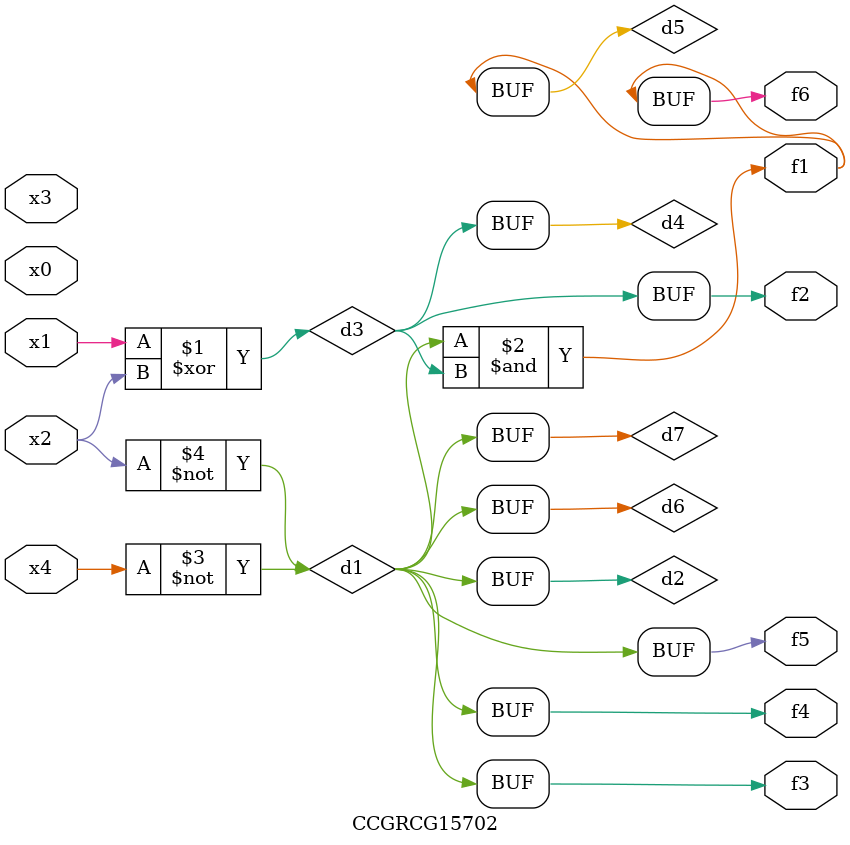
<source format=v>
module CCGRCG15702(
	input x0, x1, x2, x3, x4,
	output f1, f2, f3, f4, f5, f6
);

	wire d1, d2, d3, d4, d5, d6, d7;

	not (d1, x4);
	not (d2, x2);
	xor (d3, x1, x2);
	buf (d4, d3);
	and (d5, d1, d3);
	buf (d6, d1, d2);
	buf (d7, d2);
	assign f1 = d5;
	assign f2 = d4;
	assign f3 = d7;
	assign f4 = d7;
	assign f5 = d7;
	assign f6 = d5;
endmodule

</source>
